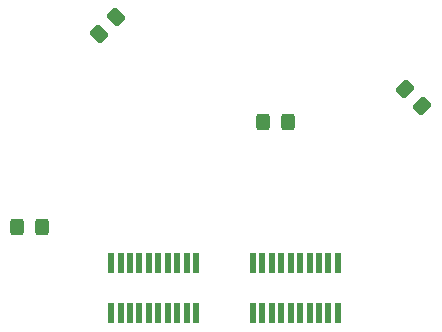
<source format=gbr>
%TF.GenerationSoftware,KiCad,Pcbnew,7.0.6*%
%TF.CreationDate,2024-02-09T06:01:19-06:00*%
%TF.ProjectId,BPS-LeaderDaughter,4250532d-4c65-4616-9465-724461756768,rev?*%
%TF.SameCoordinates,Original*%
%TF.FileFunction,Paste,Top*%
%TF.FilePolarity,Positive*%
%FSLAX46Y46*%
G04 Gerber Fmt 4.6, Leading zero omitted, Abs format (unit mm)*
G04 Created by KiCad (PCBNEW 7.0.6) date 2024-02-09 06:01:19*
%MOMM*%
%LPD*%
G01*
G04 APERTURE LIST*
G04 Aperture macros list*
%AMRoundRect*
0 Rectangle with rounded corners*
0 $1 Rounding radius*
0 $2 $3 $4 $5 $6 $7 $8 $9 X,Y pos of 4 corners*
0 Add a 4 corners polygon primitive as box body*
4,1,4,$2,$3,$4,$5,$6,$7,$8,$9,$2,$3,0*
0 Add four circle primitives for the rounded corners*
1,1,$1+$1,$2,$3*
1,1,$1+$1,$4,$5*
1,1,$1+$1,$6,$7*
1,1,$1+$1,$8,$9*
0 Add four rect primitives between the rounded corners*
20,1,$1+$1,$2,$3,$4,$5,0*
20,1,$1+$1,$4,$5,$6,$7,0*
20,1,$1+$1,$6,$7,$8,$9,0*
20,1,$1+$1,$8,$9,$2,$3,0*%
G04 Aperture macros list end*
%ADD10RoundRect,0.250000X0.325000X0.450000X-0.325000X0.450000X-0.325000X-0.450000X0.325000X-0.450000X0*%
%ADD11RoundRect,0.250000X-0.548008X-0.088388X-0.088388X-0.548008X0.548008X0.088388X0.088388X0.548008X0*%
%ADD12R,0.550000X1.800000*%
%ADD13RoundRect,0.250000X0.088388X-0.548008X0.548008X-0.088388X-0.088388X0.548008X-0.548008X0.088388X0*%
%ADD14RoundRect,0.250000X-0.325000X-0.450000X0.325000X-0.450000X0.325000X0.450000X-0.325000X0.450000X0*%
G04 APERTURE END LIST*
D10*
%TO.C,D1*%
X136661000Y-86614000D03*
X134611000Y-86614000D03*
%TD*%
D11*
%TO.C,D6*%
X167457456Y-74943551D03*
X168907024Y-76393119D03*
%TD*%
D12*
%TO.C,J2*%
X154550000Y-93920000D03*
X154550000Y-89620000D03*
X155350000Y-93920000D03*
X155350000Y-89620000D03*
X156150000Y-93920000D03*
X156150000Y-89620000D03*
X156950000Y-93920000D03*
X156950000Y-89620000D03*
X157750000Y-93920000D03*
X157750000Y-89620000D03*
X158550000Y-93920000D03*
X158550000Y-89620000D03*
X159350000Y-93920000D03*
X159350000Y-89620000D03*
X160150000Y-93920000D03*
X160150000Y-89620000D03*
X160950000Y-93920000D03*
X160950000Y-89620000D03*
X161750000Y-93920000D03*
X161750000Y-89620000D03*
%TD*%
D13*
%TO.C,D3*%
X141491551Y-70286545D03*
X142941119Y-68836977D03*
%TD*%
D12*
%TO.C,J1*%
X142550000Y-93920000D03*
X142550000Y-89620000D03*
X143350000Y-93920000D03*
X143350000Y-89620000D03*
X144150000Y-93920000D03*
X144150000Y-89620000D03*
X144950000Y-93920000D03*
X144950000Y-89620000D03*
X145750000Y-93920000D03*
X145750000Y-89620000D03*
X146550000Y-93920000D03*
X146550000Y-89620000D03*
X147350000Y-93920000D03*
X147350000Y-89620000D03*
X148150000Y-93920000D03*
X148150000Y-89620000D03*
X148950000Y-93920000D03*
X148950000Y-89620000D03*
X149750000Y-93920000D03*
X149750000Y-89620000D03*
%TD*%
D14*
%TO.C,D9*%
X155439000Y-77724000D03*
X157489000Y-77724000D03*
%TD*%
M02*

</source>
